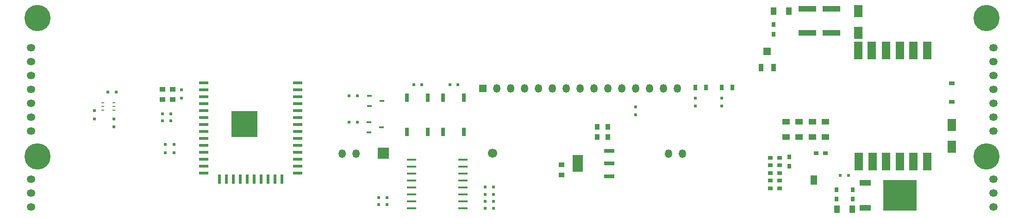
<source format=gbr>
G04 DipTrace 3.1.0.1*
G04 Bottom-Clock-IN12e.TopPaste.gbr*
%MOIN*%
G04 #@! TF.FileFunction,Paste,Top*
G04 #@! TF.Part,Single*
%ADD82R,0.051024X0.070709*%
%ADD84R,0.047087X0.00378*%
%ADD86R,0.021496X0.007717*%
%ADD88R,0.076614X0.119921*%
%ADD90R,0.076614X0.02937*%
%ADD92R,0.070709X0.015591*%
%ADD94R,0.188819X0.188819*%
%ADD96R,0.023465X0.070709*%
%ADD98R,0.070709X0.023465*%
%ADD100R,0.031339X0.058898*%
%ADD102R,0.054961X0.054961*%
%ADD104R,0.035276X0.054961*%
%ADD106R,0.039213X0.054961*%
%ADD108R,0.033307X0.017559*%
%ADD110C,0.129764*%
%ADD112C,0.188819*%
%ADD114R,0.243937X0.220315*%
%ADD116R,0.078583X0.039213*%
%ADD118R,0.062835X0.129764*%
%ADD120C,0.066772*%
%ADD122R,0.078583X0.078583*%
%ADD124O,0.061969X0.051969*%
%ADD126O,0.051969X0.061969*%
%ADD128R,0.051969X0.056969*%
%ADD130O,0.051969X0.061969*%
%ADD132R,0.062835X0.086457*%
%ADD134R,0.039213X0.031339*%
%ADD136R,0.031339X0.041181*%
%ADD138R,0.129764X0.039213*%
%ADD140R,0.031339X0.035276*%
%ADD142R,0.035276X0.031339*%
%ADD144R,0.054961X0.039213*%
%ADD146R,0.035276X0.04315*%
%ADD148R,0.023465X0.023465*%
%ADD150R,0.04315X0.035276*%
%FSLAX26Y26*%
G04*
G70*
G90*
G75*
G01*
G04 TopPaste*
%LPD*%
D150*
X1421575Y1256220D3*
Y1331024D3*
X1492441Y1256220D3*
Y1331024D3*
D148*
X1555433Y1268031D3*
Y1327087D3*
X3803465Y523937D3*
X3744409D3*
X1421575Y1102677D3*
X1480630D3*
X1441260Y933386D3*
Y874331D3*
X3488504Y1362520D3*
X3547559D3*
X3228661D3*
X3287717D3*
D146*
X4551496Y988504D3*
X4626299D3*
D150*
X4291654Y712913D3*
Y787717D3*
D148*
X1071181Y1059370D3*
Y1118425D3*
D146*
X4551496Y1059370D3*
X4626299D3*
D148*
X929449Y1118425D3*
Y1177480D3*
D144*
X5909764Y1098740D3*
Y988504D3*
X6004252Y1098740D3*
Y988504D3*
X6098740Y1098740D3*
Y988504D3*
X6193228Y1098740D3*
Y988504D3*
D142*
X5795591Y673543D3*
X5862520D3*
X5795591Y838898D3*
X5862520D3*
X5795591Y783780D3*
X5862520D3*
D140*
X6271969Y539685D3*
Y606614D3*
D148*
X6358583Y708976D3*
X6299528D3*
D138*
X6063307Y1736535D3*
Y1909764D3*
X6236535Y1736535D3*
Y1909764D3*
D136*
X5256220Y1342835D3*
X5334961D3*
X5445197D3*
X5523937D3*
D134*
X7102677Y1240472D3*
Y1374331D3*
D132*
Y1075118D3*
Y917643D3*
X6429449Y1894016D3*
Y1736541D3*
D130*
X3828268Y1338898D3*
X4228268D3*
X4128268D3*
X4028268D3*
X3928268D3*
D128*
X3728268D3*
D126*
X4328268Y1337717D3*
X4428268D3*
X4828268Y1338898D3*
X4728268D3*
D124*
X472756Y1531417D3*
Y1631417D3*
Y1331417D3*
Y1431417D3*
Y1131417D3*
Y1031417D3*
Y1231417D3*
Y684567D3*
Y484567D3*
Y584567D3*
D126*
X2812520Y866457D3*
X2712520D3*
X5162126D3*
X5062126D3*
D124*
X7401890Y1531417D3*
Y1631417D3*
Y1331417D3*
Y1431417D3*
Y1131417D3*
Y1031417D3*
Y1231417D3*
Y684961D3*
Y484567D3*
Y584567D3*
D122*
X3010157Y870394D3*
D120*
X3797559D3*
D126*
X5028268Y1338898D3*
X5128268D3*
X4928268D3*
D118*
X6433386Y811339D3*
X6531811D3*
X6630236D3*
X6728661D3*
X6827087D3*
X6925512D3*
Y1610551D3*
X6827087D3*
X6728661D3*
X6630236D3*
X6527874D3*
X6429449D3*
D116*
X6480630Y657795D3*
D114*
X6728661Y567244D3*
D116*
X6480630Y476693D3*
D112*
X520000Y1842835D3*
Y846772D3*
X7354646Y1842835D3*
Y846772D3*
D110*
X2000315Y1082992D3*
D108*
X2905827Y1094803D3*
Y1020000D3*
X2996378Y1057402D3*
X2909764Y1283780D3*
Y1208976D3*
X3000315Y1246378D3*
D148*
X3803465Y626299D3*
X3744409D3*
X2976693Y551496D3*
X3035748D3*
X2976693Y500315D3*
X3035748D3*
X3803465Y575118D3*
X3744409D3*
X3803465Y472756D3*
X3744409D3*
X1421575Y1153858D3*
X1480630D3*
X1504252Y933386D3*
Y874331D3*
X2823150Y1094803D3*
X2764094D3*
X2823150Y1283780D3*
X2764094D3*
X5256220Y1268031D3*
Y1208976D3*
X5445197Y1268031D3*
Y1208976D3*
X1086929Y1311339D3*
X1027874D3*
X4827087Y1205039D3*
Y1145984D3*
D142*
X5795591Y618425D3*
X5862520D3*
X6126299Y870394D3*
X6193228D3*
D140*
X5933386Y775906D3*
Y842835D3*
X6390079Y606614D3*
Y539685D3*
D106*
X6275906Y468819D3*
X6386142D3*
X5819213Y1894016D3*
X5929449D3*
D140*
X5819213Y1728661D3*
Y1795591D3*
D142*
X5795591Y728661D3*
X5862520D3*
D104*
X5819213Y1488504D3*
D102*
X5773937Y1602677D3*
D104*
X5728661Y1488504D3*
D100*
X3441260Y1271969D3*
Y1023937D3*
X3590866D3*
Y1271969D3*
X3181417D3*
Y1023937D3*
X3331024D3*
Y1271969D3*
D126*
X4528268Y1338898D3*
X4628268D3*
D98*
X1715669Y1378268D3*
Y1328268D3*
Y1278268D3*
Y1228268D3*
Y1178268D3*
Y1128268D3*
Y1078268D3*
Y1028268D3*
Y978268D3*
Y928268D3*
Y878268D3*
Y828268D3*
Y778268D3*
Y728268D3*
D96*
X1829449Y683780D3*
X1879449D3*
X1929449D3*
X1979449D3*
X2029449D3*
X2079449D3*
X2129449D3*
X2179449D3*
X2229449D3*
X2279449D3*
D98*
X2392835Y728268D3*
Y778268D3*
Y828268D3*
Y878268D3*
Y928268D3*
Y978268D3*
Y1028268D3*
Y1078268D3*
Y1128268D3*
Y1178268D3*
Y1228268D3*
Y1278268D3*
Y1328268D3*
Y1378268D3*
D94*
X2010945Y1081417D3*
D92*
X3582992Y473150D3*
Y523150D3*
Y573150D3*
Y623150D3*
Y673150D3*
Y723150D3*
Y773150D3*
Y823150D3*
X3212913D3*
Y773150D3*
Y723150D3*
Y673150D3*
Y623150D3*
Y573150D3*
Y523150D3*
Y473150D3*
D90*
X4638110Y705039D3*
Y795591D3*
Y886142D3*
D88*
X4409764Y795591D3*
D86*
X1071181Y1181417D3*
Y1207008D3*
Y1232598D3*
X988504Y1181417D3*
Y1232598D3*
Y1207008D3*
D84*
X6023937Y716850D3*
Y697165D3*
Y677480D3*
Y657795D3*
Y638110D3*
X6197165D3*
Y657795D3*
Y677480D3*
Y697165D3*
Y716850D3*
D82*
X6110551Y677480D3*
M02*

</source>
